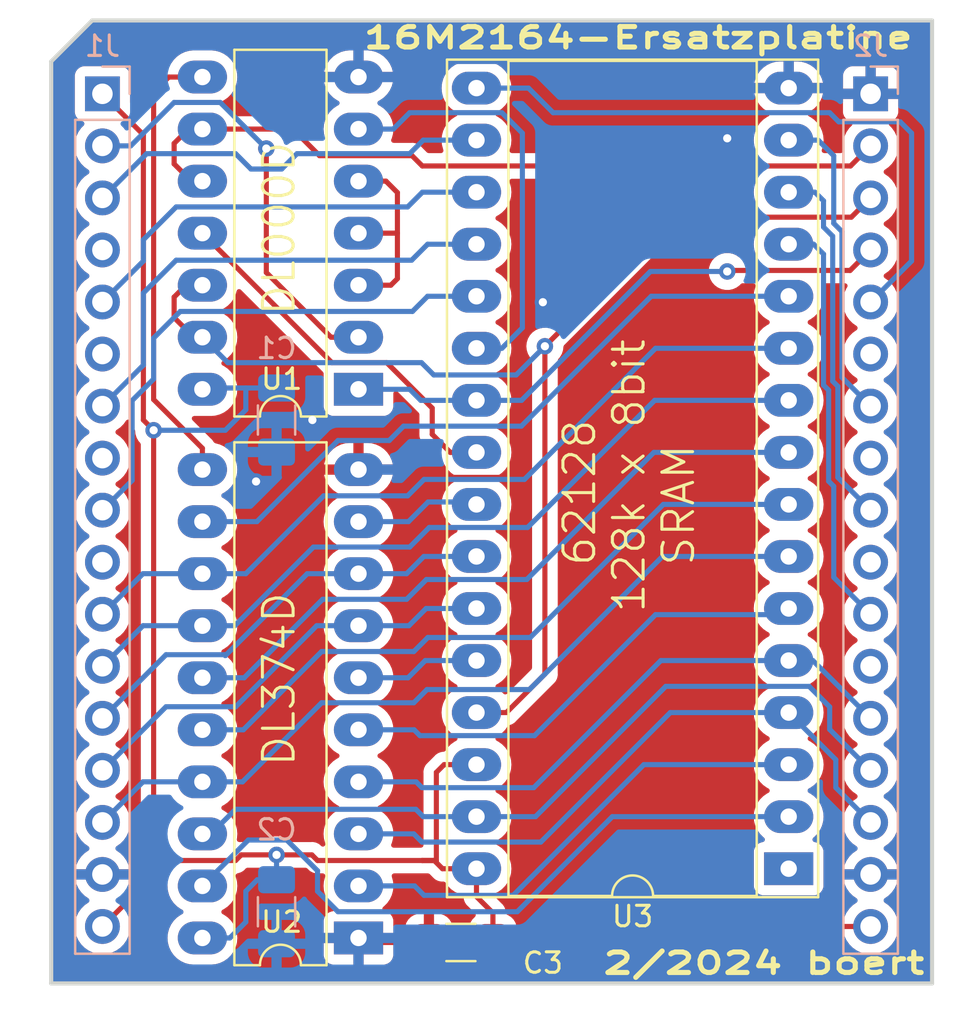
<source format=kicad_pcb>
(kicad_pcb (version 20221018) (generator pcbnew)
  (title_block (title "16M2164-Ersatzplatine") (date "5.2.2024") (rev "1") (company "KC-Klub"))
  (layers (0 "F.Cu" signal) (31 "B.Cu" signal) (34 "B.Paste" user) (35 "F.Paste" user) (36 "B.SilkS" user "B.Silkscreen") (37 "F.SilkS" user "F.Silkscreen") (38 "B.Mask" user) (39 "F.Mask" user) (44 "Edge.Cuts" user))
  (net 0 "")
  (net 1 "{slash}CAS1")
  (net 2 "D4")
  (net 4 "D5")
  (net 6 "D6")
  (net 8 "D7")
  (net 10 "A4")
  (net 11 "A5")
  (net 12 "A6")
  (net 13 "A7")
  (net 14 "A3")
  (net 15 "{slash}RAS")
  (net 16 "{slash}WE")
  (net 17 "{slash}CAS0")
  (net 18 "D0")
  (net 20 "D1")
  (net 22 "D2")
  (net 24 "D3")
  (net 26 "A0")
  (net 27 "A1")
  (net 28 "A2")
  (net 30 "/RAS")
  (net 31 "/{slash}CS")
  (net 32 "/{slash}OE")
  (net 33 "/A0L")
  (net 34 "/A1L")
  (net 35 "/A2L")
  (net 36 "/A3L")
  (net 37 "/A4L")
  (net 38 "/A5L")
  (net 39 "/A6L")
  (net 40 "/A7L")
  (net 41 "/CS")
  (net 42 "+5V")
  (net 43 "GND")
  (footprint "Package_DIP:DIP-32_W15.24mm_Socket_LongPads" (layer "F.Cu") (at 186 122.4 180)
    (fp_text reference "U3" (at 7.62 -2.33) (layer "F.SilkS"))
    (fp_text value "628128")
    (fp_line (start -1.44 -1.39) (end -1.44 39.49) (stroke (width 0.12)) (layer "F.SilkS"))
    (fp_line (start -1.44 39.49) (end 16.68 39.49) (stroke (width 0.12)) (layer "F.SilkS"))
    (fp_line (start 1.56 -1.33) (end 1.56 39.43) (stroke (width 0.12)) (layer "F.SilkS"))
    (fp_line (start 1.56 39.43) (end 13.68 39.43) (stroke (width 0.12)) (layer "F.SilkS"))
    (fp_line (start 6.62 -1.33) (end 1.56 -1.33) (stroke (width 0.12)) (layer "F.SilkS"))
    (fp_line (start 13.68 -1.33) (end 8.62 -1.33) (stroke (width 0.12)) (layer "F.SilkS"))
    (fp_line (start 13.68 39.43) (end 13.68 -1.33) (stroke (width 0.12)) (layer "F.SilkS"))
    (fp_line (start 16.68 -1.39) (end -1.44 -1.39) (stroke (width 0.12)) (layer "F.SilkS"))
    (fp_line (start 16.68 39.49) (end 16.68 -1.39) (stroke (width 0.12)) (layer "F.SilkS"))
    (fp_arc (start 8.62 -1.33) (mid 7.62 -0.33) (end 6.62 -1.33) (stroke (width 0.12)) (layer "F.SilkS"))
    (pad "1" thru_hole rect (at 0 0 180) (size 2.4 1.6) (drill 0.8) (layers "*.Cu" "*.Mask"))
    (pad "2" thru_hole oval (at 0 2.54 180) (size 2.4 1.6) (drill 0.8) (layers "*.Cu" "*.Mask") (net 34 "/A1L"))
    (pad "3" thru_hole oval (at 0 5.08 180) (size 2.4 1.6) (drill 0.8) (layers "*.Cu" "*.Mask") (net 35 "/A2L"))
    (pad "4" thru_hole oval (at 0 7.62 180) (size 2.4 1.6) (drill 0.8) (layers "*.Cu" "*.Mask") (net 28 "A2"))
    (pad "5" thru_hole oval (at 0 10.16 180) (size 2.4 1.6) (drill 0.8) (layers "*.Cu" "*.Mask") (net 26 "A0"))
    (pad "6" thru_hole oval (at 0 12.7 180) (size 2.4 1.6) (drill 0.8) (layers "*.Cu" "*.Mask") (net 33 "/A0L"))
    (pad "7" thru_hole oval (at 0 15.24 180) (size 2.4 1.6) (drill 0.8) (layers "*.Cu" "*.Mask") (net 14 "A3"))
    (pad "8" thru_hole oval (at 0 17.78 180) (size 2.4 1.6) (drill 0.8) (layers "*.Cu" "*.Mask") (net 36 "/A3L"))
    (pad "9" thru_hole oval (at 0 20.32 180) (size 2.4 1.6) (drill 0.8) (layers "*.Cu" "*.Mask") (net 38 "/A5L"))
    (pad "10" thru_hole oval (at 0 22.86 180) (size 2.4 1.6) (drill 0.8) (layers "*.Cu" "*.Mask") (net 11 "A5"))
    (pad "11" thru_hole oval (at 0 25.4 180) (size 2.4 1.6) (drill 0.8) (layers "*.Cu" "*.Mask") (net 10 "A4"))
    (pad "12" thru_hole oval (at 0 27.94 180) (size 2.4 1.6) (drill 0.8) (layers "*.Cu" "*.Mask") (net 37 "/A4L"))
    (pad "13" thru_hole oval (at 0 30.48 180) (size 2.4 1.6) (drill 0.8) (layers "*.Cu" "*.Mask") (net 24 "D3"))
    (pad "14" thru_hole oval (at 0 33.02 180) (size 2.4 1.6) (drill 0.8) (layers "*.Cu" "*.Mask") (net 22 "D2"))
    (pad "15" thru_hole oval (at 0 35.56 180) (size 2.4 1.6) (drill 0.8) (layers "*.Cu" "*.Mask") (net 20 "D1"))
    (pad "16" thru_hole oval (at 0 38.1 180) (size 2.4 1.6) (drill 0.8) (layers "*.Cu" "*.Mask") (net 43 "GND"))
    (pad "17" thru_hole oval (at 15.24 38.1 180) (size 2.4 1.6) (drill 0.8) (layers "*.Cu" "*.Mask") (net 18 "D0"))
    (pad "18" thru_hole oval (at 15.24 35.56 180) (size 2.4 1.6) (drill 0.8) (layers "*.Cu" "*.Mask") (net 2 "D4"))
    (pad "19" thru_hole oval (at 15.24 33.02 180) (size 2.4 1.6) (drill 0.8) (layers "*.Cu" "*.Mask") (net 4 "D5"))
    (pad "20" thru_hole oval (at 15.24 30.48 180) (size 2.4 1.6) (drill 0.8) (layers "*.Cu" "*.Mask") (net 6 "D6"))
    (pad "21" thru_hole oval (at 15.24 27.94 180) (size 2.4 1.6) (drill 0.8) (layers "*.Cu" "*.Mask") (net 8 "D7"))
    (pad "22" thru_hole oval (at 15.24 25.4 180) (size 2.4 1.6) (drill 0.8) (layers "*.Cu" "*.Mask") (net 31 "/{slash}CS"))
    (pad "23" thru_hole oval (at 15.24 22.86 180) (size 2.4 1.6) (drill 0.8) (layers "*.Cu" "*.Mask") (net 17 "{slash}CAS0"))
    (pad "24" thru_hole oval (at 15.24 20.32 180) (size 2.4 1.6) (drill 0.8) (layers "*.Cu" "*.Mask") (net 32 "/{slash}OE"))
    (pad "25" thru_hole oval (at 15.24 17.78 180) (size 2.4 1.6) (drill 0.8) (layers "*.Cu" "*.Mask") (net 39 "/A6L"))
    (pad "26" thru_hole oval (at 15.24 15.24 180) (size 2.4 1.6) (drill 0.8) (layers "*.Cu" "*.Mask") (net 12 "A6"))
    (pad "27" thru_hole oval (at 15.24 12.7 180) (size 2.4 1.6) (drill 0.8) (layers "*.Cu" "*.Mask") (net 13 "A7"))
    (pad "28" thru_hole oval (at 15.24 10.16 180) (size 2.4 1.6) (drill 0.8) (layers "*.Cu" "*.Mask") (net 40 "/A7L"))
    (pad "29" thru_hole oval (at 15.24 7.62 180) (size 2.4 1.6) (drill 0.8) (layers "*.Cu" "*.Mask") (net 16 "{slash}WE"))
    (pad "30" thru_hole oval (at 15.24 5.08 180) (size 2.4 1.6) (drill 0.8) (layers "*.Cu" "*.Mask") (net 42 "+5V"))
    (pad "31" thru_hole oval (at 15.24 2.54 180) (size 2.4 1.6) (drill 0.8) (layers "*.Cu" "*.Mask") (net 27 "A1"))
    (pad "32" thru_hole oval (at 15.24 0 180) (size 2.4 1.6) (drill 0.8) (layers "*.Cu" "*.Mask") (net 42 "+5V"))
  )
  (footprint "Capacitor_SMD:C_1206_3216Metric_Pad1.33x1.80mm_HandSolder" (layer "F.Cu") (at 170 126 180)
    (fp_text reference "C3" (at -4 -1 -360) (layer "F.SilkS"))
    (fp_text value "100nF")
    (fp_line (start -0.711252 -0.91) (end 0.711252 -0.91) (stroke (width 0.12)) (layer "F.SilkS"))
    (fp_line (start -0.711252 0.91) (end 0.711252 0.91) (stroke (width 0.12)) (layer "F.SilkS"))
    (pad "1" smd roundrect (at -1.5625 0 180) (size 1.325 1.8) (layers "F.Cu" "F.Paste" "F.Mask") (roundrect_rratio 0.1886792453) (net 42 "+5V"))
    (pad "2" smd roundrect (at 1.5625 0 180) (size 1.325 1.8) (layers "F.Cu" "F.Paste" "F.Mask") (roundrect_rratio 0.1886792453) (net 43 "GND"))
  )
  (footprint "Package_DIP:DIP-20_W7.62mm_LongPads" (layer "F.Cu") (at 165 125.78 180)
    (fp_text reference "U2" (at 3.75 0.78) (layer "F.SilkS"))
    (fp_text value "DL374D")
    (fp_line (start 1.56 -1.33) (end 1.56 24.19) (stroke (width 0.12)) (layer "F.SilkS"))
    (fp_line (start 1.56 24.19) (end 6.06 24.19) (stroke (width 0.12)) (layer "F.SilkS"))
    (fp_line (start 2.81 -1.33) (end 1.56 -1.33) (stroke (width 0.12)) (layer "F.SilkS"))
    (fp_line (start 6.06 -1.33) (end 4.81 -1.33) (stroke (width 0.12)) (layer "F.SilkS"))
    (fp_line (start 6.06 24.19) (end 6.06 -1.33) (stroke (width 0.12)) (layer "F.SilkS"))
    (fp_arc (start 4.81 -1.33) (mid 3.81 -0.33) (end 2.81 -1.33) (stroke (width 0.12)) (layer "F.SilkS"))
    (pad "1" thru_hole rect (at 0 0 180) (size 2.4 1.6) (drill 0.8) (layers "*.Cu" "*.Mask") (net 43 "GND"))
    (pad "2" thru_hole oval (at 0 2.54 180) (size 2.4 1.6) (drill 0.8) (layers "*.Cu" "*.Mask") (net 35 "/A2L"))
    (pad "3" thru_hole oval (at 0 5.08 180) (size 2.4 1.6) (drill 0.8) (layers "*.Cu" "*.Mask") (net 28 "A2"))
    (pad "4" thru_hole oval (at 0 7.62 180) (size 2.4 1.6) (drill 0.8) (layers "*.Cu" "*.Mask") (net 26 "A0"))
    (pad "5" thru_hole oval (at 0 10.16 180) (size 2.4 1.6) (drill 0.8) (layers "*.Cu" "*.Mask") (net 33 "/A0L"))
    (pad "6" thru_hole oval (at 0 12.7 180) (size 2.4 1.6) (drill 0.8) (layers "*.Cu" "*.Mask") (net 40 "/A7L"))
    (pad "7" thru_hole oval (at 0 15.24 180) (size 2.4 1.6) (drill 0.8) (layers "*.Cu" "*.Mask") (net 13 "A7"))
    (pad "8" thru_hole oval (at 0 17.78 180) (size 2.4 1.6) (drill 0.8) (layers "*.Cu" "*.Mask") (net 12 "A6"))
    (pad "9" thru_hole oval (at 0 20.32 180) (size 2.4 1.6) (drill 0.8) (layers "*.Cu" "*.Mask") (net 39 "/A6L"))
    (pad "10" thru_hole oval (at 0 22.86 180) (size 2.4 1.6) (drill 0.8) (layers "*.Cu" "*.Mask") (net 43 "GND"))
    (pad "11" thru_hole oval (at 7.62 22.86 180) (size 2.4 1.6) (drill 0.8) (layers "*.Cu" "*.Mask") (net 30 "/RAS"))
    (pad "12" thru_hole oval (at 7.62 20.32 180) (size 2.4 1.6) (drill 0.8) (layers "*.Cu" "*.Mask") (net 37 "/A4L"))
    (pad "13" thru_hole oval (at 7.62 17.78 180) (size 2.4 1.6) (drill 0.8) (layers "*.Cu" "*.Mask") (net 10 "A4"))
    (pad "14" thru_hole oval (at 7.62 15.24 180) (size 2.4 1.6) (drill 0.8) (layers "*.Cu" "*.Mask") (net 11 "A5"))
    (pad "15" thru_hole oval (at 7.62 12.7 180) (size 2.4 1.6) (drill 0.8) (layers "*.Cu" "*.Mask") (net 38 "/A5L"))
    (pad "16" thru_hole oval (at 7.62 10.16 180) (size 2.4 1.6) (drill 0.8) (layers "*.Cu" "*.Mask") (net 36 "/A3L"))
    (pad "17" thru_hole oval (at 7.62 7.62 180) (size 2.4 1.6) (drill 0.8) (layers "*.Cu" "*.Mask") (net 14 "A3"))
    (pad "18" thru_hole oval (at 7.62 5.08 180) (size 2.4 1.6) (drill 0.8) (layers "*.Cu" "*.Mask") (net 27 "A1"))
    (pad "19" thru_hole oval (at 7.62 2.54 180) (size 2.4 1.6) (drill 0.8) (layers "*.Cu" "*.Mask") (net 34 "/A1L"))
    (pad "20" thru_hole oval (at 7.62 0 180) (size 2.4 1.6) (drill 0.8) (layers "*.Cu" "*.Mask") (net 42 "+5V"))
  )
  (footprint "Package_DIP:DIP-14_W7.62mm_LongPads" (layer "F.Cu") (at 165 99 180)
    (fp_text reference "U1" (at 3.75 0.5) (layer "F.SilkS"))
    (fp_text value "DL000D")
    (fp_line (start 1.56 -1.33) (end 1.56 16.57) (stroke (width 0.12)) (layer "F.SilkS"))
    (fp_line (start 1.56 16.57) (end 6.06 16.57) (stroke (width 0.12)) (layer "F.SilkS"))
    (fp_line (start 2.81 -1.33) (end 1.56 -1.33) (stroke (width 0.12)) (layer "F.SilkS"))
    (fp_line (start 6.06 -1.33) (end 4.81 -1.33) (stroke (width 0.12)) (layer "F.SilkS"))
    (fp_line (start 6.06 16.57) (end 6.06 -1.33) (stroke (width 0.12)) (layer "F.SilkS"))
    (fp_arc (start 4.81 -1.33) (mid 3.81 -0.33) (end 2.81 -1.33) (stroke (width 0.12)) (layer "F.SilkS"))
    (pad "1" thru_hole rect (at 0 0 180) (size 2.4 1.6) (drill 0.8) (layers "*.Cu" "*.Mask") (net 17 "{slash}CAS0"))
    (pad "2" thru_hole oval (at 0 2.54 180) (size 2.4 1.6) (drill 0.8) (layers "*.Cu" "*.Mask") (net 1 "{slash}CAS1"))
    (pad "3" thru_hole oval (at 0 5.08 180) (size 2.4 1.6) (drill 0.8) (layers "*.Cu" "*.Mask") (net 41 "/CS"))
    (pad "4" thru_hole oval (at 0 7.62 180) (size 2.4 1.6) (drill 0.8) (layers "*.Cu" "*.Mask") (net 41 "/CS"))
    (pad "5" thru_hole oval (at 0 10.16 180) (size 2.4 1.6) (drill 0.8) (layers "*.Cu" "*.Mask") (net 41 "/CS"))
    (pad "6" thru_hole oval (at 0 12.7 180) (size 2.4 1.6) (drill 0.8) (layers "*.Cu" "*.Mask") (net 31 "/{slash}CS"))
    (pad "7" thru_hole oval (at 0 15.24 180) (size 2.4 1.6) (drill 0.8) (layers "*.Cu" "*.Mask") (net 43 "GND"))
    (pad "8" thru_hole oval (at 7.62 15.24 180) (size 2.4 1.6) (drill 0.8) (layers "*.Cu" "*.Mask") (net 30 "/RAS"))
    (pad "9" thru_hole oval (at 7.62 12.7 180) (size 2.4 1.6) (drill 0.8) (layers "*.Cu" "*.Mask") (net 15 "{slash}RAS"))
    (pad "10" thru_hole oval (at 7.62 10.16 180) (size 2.4 1.6) (drill 0.8) (layers "*.Cu" "*.Mask") (net 15 "{slash}RAS"))
    (pad "11" thru_hole oval (at 7.62 7.62 180) (size 2.4 1.6) (drill 0.8) (layers "*.Cu" "*.Mask") (net 32 "/{slash}OE"))
    (pad "12" thru_hole oval (at 7.62 5.08 180) (size 2.4 1.6) (drill 0.8) (layers "*.Cu" "*.Mask") (net 16 "{slash}WE"))
    (pad "13" thru_hole oval (at 7.62 2.54 180) (size 2.4 1.6) (drill 0.8) (layers "*.Cu" "*.Mask") (net 16 "{slash}WE"))
    (pad "14" thru_hole oval (at 7.62 0 180) (size 2.4 1.6) (drill 0.8) (layers "*.Cu" "*.Mask") (net 42 "+5V"))
  )
  (footprint "Connector_PinHeader_2.54mm:PinHeader_1x17_P2.54mm_Vertical" (layer "B.Cu") (at 190 84.58 180)
    (fp_text reference "J2" (at 0 2.33) (layer "B.SilkS") (effects (justify mirror)))
    (fp_text value "Conn_01x17")
    (fp_line (start -1.33 -41.97) (end 1.33 -41.97) (stroke (width 0.12)) (layer "B.SilkS"))
    (fp_line (start -1.33 -1.27) (end -1.33 -41.97) (stroke (width 0.12)) (layer "B.SilkS"))
    (fp_line (start -1.33 -1.27) (end 1.33 -1.27) (stroke (width 0.12)) (layer "B.SilkS"))
    (fp_line (start -1.33 0) (end -1.33 1.33) (stroke (width 0.12)) (layer "B.SilkS"))
    (fp_line (start -1.33 1.33) (end 0 1.33) (stroke (width 0.12)) (layer "B.SilkS"))
    (fp_line (start 1.33 -1.27) (end 1.33 -41.97) (stroke (width 0.12)) (layer "B.SilkS"))
    (pad "1" thru_hole rect (at 0 0 180) (size 1.7 1.7) (drill 1) (layers "*.Cu" "*.Mask") (net 43 "GND"))
    (pad "2" thru_hole oval (at 0 -2.54 180) (size 1.7 1.7) (drill 1) (layers "*.Cu" "*.Mask") (net 15 "{slash}RAS"))
    (pad "3" thru_hole oval (at 0 -5.08 180) (size 1.7 1.7) (drill 1) (layers "*.Cu" "*.Mask") (net 16 "{slash}WE"))
    (pad "4" thru_hole oval (at 0 -7.62 180) (size 1.7 1.7) (drill 1) (layers "*.Cu" "*.Mask") (net 17 "{slash}CAS0"))
    (pad "5" thru_hole oval (at 0 -10.16 180) (size 1.7 1.7) (drill 1) (layers "*.Cu" "*.Mask") (net 18 "D0"))
    (pad "6" thru_hole oval (at 0 -12.7 180) (size 1.7 1.7) (drill 1) (layers "*.Cu" "*.Mask"))
    (pad "7" thru_hole oval (at 0 -15.24 180) (size 1.7 1.7) (drill 1) (layers "*.Cu" "*.Mask") (net 20 "D1"))
    (pad "8" thru_hole oval (at 0 -17.78 180) (size 1.7 1.7) (drill 1) (layers "*.Cu" "*.Mask"))
    (pad "9" thru_hole oval (at 0 -20.32 180) (size 1.7 1.7) (drill 1) (layers "*.Cu" "*.Mask") (net 22 "D2"))
    (pad "10" thru_hole oval (at 0 -22.86 180) (size 1.7 1.7) (drill 1) (layers "*.Cu" "*.Mask"))
    (pad "11" thru_hole oval (at 0 -25.4 180) (size 1.7 1.7) (drill 1) (layers "*.Cu" "*.Mask") (net 24 "D3"))
    (pad "12" thru_hole oval (at 0 -27.94 180) (size 1.7 1.7) (drill 1) (layers "*.Cu" "*.Mask"))
    (pad "13" thru_hole oval (at 0 -30.48 180) (size 1.7 1.7) (drill 1) (layers "*.Cu" "*.Mask") (net 26 "A0"))
    (pad "14" thru_hole oval (at 0 -33.02 180) (size 1.7 1.7) (drill 1) (layers "*.Cu" "*.Mask") (net 27 "A1"))
    (pad "15" thru_hole oval (at 0 -35.56 180) (size 1.7 1.7) (drill 1) (layers "*.Cu" "*.Mask") (net 28 "A2"))
    (pad "16" thru_hole oval (at 0 -38.1 180) (size 1.7 1.7) (drill 1) (layers "*.Cu" "*.Mask") (net 43 "GND"))
    (pad "17" thru_hole oval (at 0 -40.64 180) (size 1.7 1.7) (drill 1) (layers "*.Cu" "*.Mask") (net 42 "+5V"))
  )
  (footprint "Connector_PinHeader_2.54mm:PinHeader_1x17_P2.54mm_Vertical" (layer "B.Cu") (at 152.5 84.58 180)
    (fp_text reference "J1" (at 0 2.33) (layer "B.SilkS") (effects (justify mirror)))
    (fp_text value "Conn_01x17")
    (fp_line (start -1.33 -41.97) (end 1.33 -41.97) (stroke (width 0.12)) (layer "B.SilkS"))
    (fp_line (start -1.33 -1.27) (end -1.33 -41.97) (stroke (width 0.12)) (layer "B.SilkS"))
    (fp_line (start -1.33 -1.27) (end 1.33 -1.27) (stroke (width 0.12)) (layer "B.SilkS"))
    (fp_line (start -1.33 0) (end -1.33 1.33) (stroke (width 0.12)) (layer "B.SilkS"))
    (fp_line (start -1.33 1.33) (end 0 1.33) (stroke (width 0.12)) (layer "B.SilkS"))
    (fp_line (start 1.33 -1.27) (end 1.33 -41.97) (stroke (width 0.12)) (layer "B.SilkS"))
    (pad "1" thru_hole rect (at 0 0 180) (size 1.7 1.7) (drill 1) (layers "*.Cu" "*.Mask") (net 42 "+5V"))
    (pad "2" thru_hole oval (at 0 -2.54 180) (size 1.7 1.7) (drill 1) (layers "*.Cu" "*.Mask") (net 1 "{slash}CAS1"))
    (pad "3" thru_hole oval (at 0 -5.08 180) (size 1.7 1.7) (drill 1) (layers "*.Cu" "*.Mask") (net 2 "D4"))
    (pad "4" thru_hole oval (at 0 -7.62 180) (size 1.7 1.7) (drill 1) (layers "*.Cu" "*.Mask"))
    (pad "5" thru_hole oval (at 0 -10.16 180) (size 1.7 1.7) (drill 1) (layers "*.Cu" "*.Mask") (net 4 "D5"))
    (pad "6" thru_hole oval (at 0 -12.7 180) (size 1.7 1.7) (drill 1) (layers "*.Cu" "*.Mask"))
    (pad "7" thru_hole oval (at 0 -15.24 180) (size 1.7 1.7) (drill 1) (layers "*.Cu" "*.Mask") (net 6 "D6"))
    (pad "8" thru_hole oval (at 0 -17.78 180) (size 1.7 1.7) (drill 1) (layers "*.Cu" "*.Mask"))
    (pad "9" thru_hole oval (at 0 -20.32 180) (size 1.7 1.7) (drill 1) (layers "*.Cu" "*.Mask") (net 8 "D7"))
    (pad "10" thru_hole oval (at 0 -22.86 180) (size 1.7 1.7) (drill 1) (layers "*.Cu" "*.Mask"))
    (pad "11" thru_hole oval (at 0 -25.4 180) (size 1.7 1.7) (drill 1) (layers "*.Cu" "*.Mask") (net 10 "A4"))
    (pad "12" thru_hole oval (at 0 -27.94 180) (size 1.7 1.7) (drill 1) (layers "*.Cu" "*.Mask") (net 11 "A5"))
    (pad "13" thru_hole oval (at 0 -30.48 180) (size 1.7 1.7) (drill 1) (layers "*.Cu" "*.Mask") (net 12 "A6"))
    (pad "14" thru_hole oval (at 0 -33.02 180) (size 1.7 1.7) (drill 1) (layers "*.Cu" "*.Mask") (net 13 "A7"))
    (pad "15" thru_hole oval (at 0 -35.56 180) (size 1.7 1.7) (drill 1) (layers "*.Cu" "*.Mask") (net 14 "A3"))
    (pad "16" thru_hole oval (at 0 -38.1 180) (size 1.7 1.7) (drill 1) (layers "*.Cu" "*.Mask") (net 43 "GND"))
    (pad "17" thru_hole oval (at 0 -40.64 180) (size 1.7 1.7) (drill 1) (layers "*.Cu" "*.Mask") (net 42 "+5V"))
  )
  (footprint "Capacitor_SMD:C_1206_3216Metric_Pad1.33x1.80mm_HandSolder" (layer "B.Cu") (at 161 124.5 -90)
    (fp_text reference "C2" (at -4 0 -180) (layer "B.SilkS") (effects (justify mirror)))
    (fp_text value "100nF")
    (fp_line (start -0.711252 -0.91) (end 0.711252 -0.91) (stroke (width 0.12)) (layer "B.SilkS"))
    (fp_line (start -0.711252 0.91) (end 0.711252 0.91) (stroke (width 0.12)) (layer "B.SilkS"))
    (pad "1" smd roundrect (at -1.5625 0 270) (size 1.325 1.8) (layers "B.Cu" "B.Paste" "B.Mask") (roundrect_rratio 0.1886792453) (net 42 "+5V"))
    (pad "2" smd roundrect (at 1.5625 0 270) (size 1.325 1.8) (layers "B.Cu" "B.Paste" "B.Mask") (roundrect_rratio 0.1886792453) (net 43 "GND"))
  )
  (footprint "Capacitor_SMD:C_1206_3216Metric_Pad1.33x1.80mm_HandSolder" (layer "B.Cu") (at 161 100.5 -90)
    (fp_text reference "C1" (at -3.5 0 -180) (layer "B.SilkS") (effects (justify mirror)))
    (fp_text value "100nF")
    (fp_line (start -0.711252 -0.91) (end 0.711252 -0.91) (stroke (width 0.12)) (layer "B.SilkS"))
    (fp_line (start -0.711252 0.91) (end 0.711252 0.91) (stroke (width 0.12)) (layer "B.SilkS"))
    (pad "1" smd roundrect (at -1.5625 0 270) (size 1.325 1.8) (layers "B.Cu" "B.Paste" "B.Mask") (roundrect_rratio 0.1886792453) (net 42 "+5V"))
    (pad "2" smd roundrect (at 1.5625 0 270) (size 1.325 1.8) (layers "B.Cu" "B.Paste" "B.Mask") (roundrect_rratio 0.1886792453) (net 43 "GND"))
  )
  (gr_line (start 150 128) (end 150 83) (stroke (width 0.2)) (layer "Edge.Cuts"))
  (gr_line (start 152 81) (end 193 81) (stroke (width 0.2)) (layer "Edge.Cuts"))
  (gr_line (start 150 83) (end 152 81) (stroke (width 0.2)) (layer "Edge.Cuts"))
  (gr_line (start 193 128) (end 150 128) (stroke (width 0.2)) (layer "Edge.Cuts"))
  (gr_line (start 193 81) (end 193 128) (stroke (width 0.2)) (layer "Edge.Cuts"))
  (gr_text "2/2024 boert" (at 176.8 127.6) (layer "F.SilkS") (effects (font (size 1 1.5) (thickness 0.25) bold) (justify left bottom)))
  (gr_text "16M2164-Ersatzplatine" (at 165.1 82.43) (layer "F.SilkS") (effects (font (size 1 1.5) (thickness 0.25) bold) (justify left bottom)))
  (gr_text "  62128\n128k x 8bit\n  SRAM" (at 181.5 110 90) (layer "F.SilkS") (effects (font (size 1.5 1.5)) (justify left bottom)))
  (gr_text "DL374D" (at 162 117.5 90) (layer "F.SilkS") (effects (font (size 1.5 1.5)) (justify left bottom)))
  (gr_text "DL000D" (at 162 95.5 90) (layer "F.SilkS") (effects (font (size 1.5 1.5)) (justify left bottom)))
  (segment (start 160.5 87.25) (end 160.5 93.3) (width 0.25) (layer "F.Cu") (net 1))
  (segment (start 160.5 93.3) (end 163.66 96.46) (width 0.25) (layer "F.Cu") (net 1))
  (segment (start 163.66 96.46) (end 165 96.46) (width 0.25) (layer "F.Cu") (net 1))
  (via (at 160.5 87.25) (size 0.8) (drill 0.4) (layers "F.Cu" "B.Cu") (net 1))
  (segment (start 153.88 87.12) (end 152.5 87.12) (width 0.25) (layer "B.Cu") (net 1))
  (segment (start 156 85) (end 153.88 87.12) (width 0.25) (layer "B.Cu") (net 1))
  (segment (start 158.25 85) (end 156 85) (width 0.25) (layer "B.Cu") (net 1))
  (segment (start 160.5 87.25) (end 158.25 85) (width 0.25) (layer "B.Cu") (net 1))
  (segment (start 161.25 88.25) (end 162 87.5) (width 0.25) (layer "B.Cu") (net 2))
  (segment (start 159 87.5) (end 159.75 88.25) (width 0.25) (layer "B.Cu") (net 2))
  (segment (start 159.75 88.25) (end 161.25 88.25) (width 0.25) (layer "B.Cu") (net 2))
  (segment (start 167.5 87.5) (end 168.16 86.84) (width 0.25) (layer "B.Cu") (net 2))
  (segment (start 162 87.5) (end 167.5 87.5) (width 0.25) (layer "B.Cu") (net 2))
  (segment (start 152.5 89.66) (end 154.66 87.5) (width 0.25) (layer "B.Cu") (net 2))
  (segment (start 154.66 87.5) (end 159 87.5) (width 0.25) (layer "B.Cu") (net 2))
  (segment (start 168.16 86.84) (end 170.76 86.84) (width 0.25) (layer "B.Cu") (net 2))
  (segment (start 152.5 94.74) (end 154.5 92.74) (width 0.25) (layer "B.Cu") (net 4))
  (segment (start 168.12 89.38) (end 170.76 89.38) (width 0.25) (layer "B.Cu") (net 4))
  (segment (start 154.5 92.74) (end 154.5 91.7) (width 0.25) (layer "B.Cu") (net 4))
  (segment (start 156.1 90.1) (end 167.4 90.1) (width 0.25) (layer "B.Cu") (net 4))
  (segment (start 167.4 90.1) (end 168.12 89.38) (width 0.25) (layer "B.Cu") (net 4))
  (segment (start 154.5 91.7) (end 156.1 90.1) (width 0.25) (layer "B.Cu") (net 4))
  (segment (start 152.5 99.82) (end 154.5 97.82) (width 0.25) (layer "B.Cu") (net 6))
  (segment (start 167.595 92.7) (end 168.375 91.92) (width 0.25) (layer "B.Cu") (net 6))
  (segment (start 154.5 97.82) (end 154.5 94.3) (width 0.25) (layer "B.Cu") (net 6))
  (segment (start 156.1 92.7) (end 167.595 92.7) (width 0.25) (layer "B.Cu") (net 6))
  (segment (start 154.5 94.3) (end 156.1 92.7) (width 0.25) (layer "B.Cu") (net 6))
  (segment (start 168.375 91.92) (end 170.76 91.92) (width 0.25) (layer "B.Cu") (net 6))
  (segment (start 167.635 95.2) (end 168.375 94.46) (width 0.25) (layer "B.Cu") (net 8))
  (segment (start 155 98.5) (end 155 96.5) (width 0.25) (layer "B.Cu") (net 8))
  (segment (start 153.95 99.55) (end 155 98.5) (width 0.25) (layer "B.Cu") (net 8))
  (segment (start 152.5 104.9) (end 153.95 103.45) (width 0.25) (layer "B.Cu") (net 8))
  (segment (start 168.375 94.46) (end 170.76 94.46) (width 0.25) (layer "B.Cu") (net 8))
  (segment (start 155 96.5) (end 156.3 95.2) (width 0.25) (layer "B.Cu") (net 8))
  (segment (start 153.95 103.45) (end 153.95 99.55) (width 0.25) (layer "B.Cu") (net 8))
  (segment (start 156.3 95.2) (end 167.635 95.2) (width 0.25) (layer "B.Cu") (net 8))
  (segment (start 168.2 103.4) (end 173.1 103.4) (width 0.25) (layer "B.Cu") (net 10))
  (segment (start 179.5 97) (end 186 97) (width 0.25) (layer "B.Cu") (net 10))
  (segment (start 167.4 104.2) (end 168.2 103.4) (width 0.25) (layer "B.Cu") (net 10))
  (segment (start 154.48 108) (end 157.38 108) (width 0.25) (layer "B.Cu") (net 10))
  (segment (start 163.3 104.2) (end 167.4 104.2) (width 0.25) (layer "B.Cu") (net 10))
  (segment (start 173.1 103.4) (end 179.5 97) (width 0.25) (layer "B.Cu") (net 10))
  (segment (start 159.5 108) (end 163.3 104.2) (width 0.25) (layer "B.Cu") (net 10))
  (segment (start 152.5 109.98) (end 154.48 108) (width 0.25) (layer "B.Cu") (net 10))
  (segment (start 157.38 108) (end 159.5 108) (width 0.25) (layer "B.Cu") (net 10))
  (segment (start 167.5 106.7) (end 168.455 105.745) (width 0.25) (layer "B.Cu") (net 11))
  (segment (start 173.255 105.745) (end 179.46 99.54) (width 0.25) (layer "B.Cu") (net 11))
  (segment (start 154.48 110.54) (end 157.38 110.54) (width 0.25) (layer "B.Cu") (net 11))
  (segment (start 179.46 99.54) (end 186 99.54) (width 0.25) (layer "B.Cu") (net 11))
  (segment (start 152.5 112.52) (end 154.48 110.54) (width 0.25) (layer "B.Cu") (net 11))
  (segment (start 162.8 106.7) (end 167.5 106.7) (width 0.25) (layer "B.Cu") (net 11))
  (segment (start 158.96 110.54) (end 162.8 106.7) (width 0.25) (layer "B.Cu") (net 11))
  (segment (start 168.455 105.745) (end 173.255 105.745) (width 0.25) (layer "B.Cu") (net 11))
  (segment (start 157.38 110.54) (end 158.96 110.54) (width 0.25) (layer "B.Cu") (net 11))
  (segment (start 155.605 111.955) (end 152.5 115.06) (width 0.25) (layer "B.Cu") (net 12))
  (segment (start 165 108) (end 167.35 108) (width 0.25) (layer "B.Cu") (net 12))
  (segment (start 164.55 108.186396) (end 164.681802 108.318198) (width 0.25) (layer "B.Cu") (net 12))
  (segment (start 158.455 111.955) (end 155.605 111.955) (width 0.25) (layer "B.Cu") (net 12))
  (segment (start 165 108) (end 162.5 108) (width 0.25) (layer "B.Cu") (net 12))
  (segment (start 168.19 107.16) (end 170.76 107.16) (width 0.25) (layer "B.Cu") (net 12))
  (segment (start 162.5 108) (end 158.5 112) (width 0.25) (layer "B.Cu") (net 12))
  (segment (start 167.35 108) (end 168.19 107.16) (width 0.25) (layer "B.Cu") (net 12))
  (segment (start 158.5 112) (end 158.455 111.955) (width 0.25) (layer "B.Cu") (net 12))
  (segment (start 152.5 117.6) (end 155.605 114.495) (width 0.25) (layer "B.Cu") (net 13))
  (segment (start 167.46 110.54) (end 165 110.54) (width 0.25) (layer "B.Cu") (net 13))
  (segment (start 162.96 110.54) (end 165 110.54) (width 0.25) (layer "B.Cu") (net 13))
  (segment (start 159 114.5) (end 162.96 110.54) (width 0.25) (layer "B.Cu") (net 13))
  (segment (start 155.605 114.495) (end 158.995 114.495) (width 0.25) (layer "B.Cu") (net 13))
  (segment (start 170.76 109.7) (end 168.3 109.7) (width 0.25) (layer "B.Cu") (net 13))
  (segment (start 168.3 109.7) (end 167.46 110.54) (width 0.25) (layer "B.Cu") (net 13))
  (segment (start 158.995 114.495) (end 159 114.5) (width 0.25) (layer "B.Cu") (net 13))
  (segment (start 157.38 118.16) (end 159.34 118.16) (width 0.25) (layer "B.Cu") (net 14))
  (segment (start 152.5 120.14) (end 154.48 118.16) (width 0.25) (layer "B.Cu") (net 14))
  (segment (start 167.7 114.3) (end 168.345 113.655) (width 0.25) (layer "B.Cu") (net 14))
  (segment (start 168.345 113.655) (end 173.345 113.655) (width 0.25) (layer "B.Cu") (net 14))
  (segment (start 179.84 107.16) (end 186 107.16) (width 0.25) (layer "B.Cu") (net 14))
  (segment (start 154.48 118.16) (end 157.38 118.16) (width 0.25) (layer "B.Cu") (net 14))
  (segment (start 163.2 114.3) (end 167.7 114.3) (width 0.25) (layer "B.Cu") (net 14))
  (segment (start 173.345 113.655) (end 179.84 107.16) (width 0.25) (layer "B.Cu") (net 14))
  (segment (start 159.34 118.16) (end 163.2 114.3) (width 0.25) (layer "B.Cu") (net 14))
  (segment (start 161.8 86.3) (end 157.38 86.3) (width 0.25) (layer "F.Cu") (net 15))
  (segment (start 157.38 88.84) (end 156.84 88.84) (width 0.25) (layer "F.Cu") (net 15))
  (segment (start 156 87) (end 156 88) (width 0.25) (layer "F.Cu") (net 15))
  (segment (start 156 87) (end 156.7 86.3) (width 0.25) (layer "F.Cu") (net 15))
  (segment (start 190 87.12) (end 189.02 88.1) (width 0.25) (layer "F.Cu") (net 15))
  (segment (start 156.7 86.3) (end 157.38 86.3) (width 0.25) (layer "F.Cu") (net 15))
  (segment (start 189.02 88.1) (end 168.115 88.1) (width 0.25) (layer "F.Cu") (net 15))
  (segment (start 168.115 88.1) (end 167.615 87.6) (width 0.25) (layer "F.Cu") (net 15))
  (segment (start 156.84 88.84) (end 156 88) (width 0.25) (layer "F.Cu") (net 15))
  (segment (start 167.615 87.6) (end 163.1 87.6) (width 0.25) (layer "F.Cu") (net 15))
  (segment (start 163.1 87.6) (end 161.8 86.3) (width 0.25) (layer "F.Cu") (net 15))
  (segment (start 189.06 90.6) (end 190 89.66) (width 0.25) (layer "F.Cu") (net 16))
  (segment (start 174.1 112.9) (end 172.22 114.78) (width 0.25) (layer "F.Cu") (net 16))
  (segment (start 172.22 114.78) (end 170.76 114.78) (width 0.25) (layer "F.Cu") (net 16))
  (segment (start 156.5 94) (end 156 94.5) (width 0.25) (layer "F.Cu") (net 16))
  (segment (start 174.1 96.9) (end 180.4 90.6) (width 0.25) (layer "F.Cu") (net 16))
  (segment (start 174.1 96.9) (end 174.1 112.9) (width 0.25) (layer "F.Cu") (net 16))
  (segment (start 157.38 94) (end 156.5 94) (width 0.25) (layer "F.Cu") (net 16))
  (segment (start 157.04 96.54) (end 157.38 96.54) (width 0.25) (layer "F.Cu") (net 16))
  (segment (start 156 95.5) (end 157.04 96.54) (width 0.25) (layer "F.Cu") (net 16))
  (segment (start 180.4 90.6) (end 189.06 90.6) (width 0.25) (layer "F.Cu") (net 16))
  (segment (start 156 94.5) (end 156 95.5) (width 0.25) (layer "F.Cu") (net 16))
  (via (at 174.1 96.9) (size 0.8) (drill 0.4) (layers "F.Cu" "B.Cu") (net 16))
  (segment (start 172.7 98.3) (end 168.675 98.3) (width 0.25) (layer "B.Cu") (net 16))
  (segment (start 168.675 98.3) (end 168.075 97.7) (width 0.25) (layer "B.Cu") (net 16))
  (segment (start 168.075 97.7) (end 158.62 97.7) (width 0.25) (layer "B.Cu") (net 16))
  (segment (start 158.62 97.7) (end 157.38 96.46) (width 0.25) (layer "B.Cu") (net 16))
  (segment (start 174.1 96.9) (end 172.7 98.3) (width 0.25) (layer "B.Cu") (net 16))
  (segment (start 183.05 93.2) (end 189 93.2) (width 0.25) (layer "F.Cu") (net 17))
  (segment (start 189 93.2) (end 190 92.2) (width 0.25) (layer "F.Cu") (net 17))
  (segment (start 183 93.25) (end 183.05 93.2) (width 0.25) (layer "F.Cu") (net 17))
  (via (at 183 93.25) (size 0.8) (drill 0.4) (layers "F.Cu" "B.Cu") (net 17))
  (segment (start 165 99) (end 167.5 99) (width 0.25) (layer "B.Cu") (net 17))
  (segment (start 183 93.25) (end 179.25 93.25) (width 0.25) (layer "B.Cu") (net 17))
  (segment (start 179.25 93.25) (end 172.96 99.54) (width 0.25) (layer "B.Cu") (net 17))
  (segment (start 168.04 99.54) (end 170.76 99.54) (width 0.25) (layer "B.Cu") (net 17))
  (segment (start 172.96 99.54) (end 170.76 99.54) (width 0.25) (layer "B.Cu") (net 17))
  (segment (start 167.5 99) (end 168.04 99.54) (width 0.25) (layer "B.Cu") (net 17))
  (segment (start 173.3 84.3) (end 170.76 84.3) (width 0.25) (layer "B.Cu") (net 18))
  (segment (start 192 86.5) (end 191.445 85.945) (width 0.25) (layer "B.Cu") (net 18))
  (segment (start 191.445 85.945) (end 188.445 85.945) (width 0.25) (layer "B.Cu") (net 18))
  (segment (start 192 92.74) (end 192 86.5) (width 0.25) (layer "B.Cu") (net 18))
  (segment (start 188 85.5) (end 174.5 85.5) (width 0.25) (layer "B.Cu") (net 18))
  (segment (start 190 94.74) (end 192 92.74) (width 0.25) (layer "B.Cu") (net 18))
  (segment (start 188.445 85.945) (end 188 85.5) (width 0.25) (layer "B.Cu") (net 18))
  (segment (start 174.5 85.5) (end 173.3 84.3) (width 0.25) (layer "B.Cu") (net 18))
  (segment (start 188.2 87.6) (end 188.2 90.9) (width 0.25) (layer "B.Cu") (net 20))
  (segment (start 188.2 90.9) (end 188.6 91.3) (width 0.25) (layer "B.Cu") (net 20))
  (segment (start 186 86.84) (end 187.44 86.84) (width 0.25) (layer "B.Cu") (net 20))
  (segment (start 187.44 86.84) (end 188.2 87.6) (width 0.25) (layer "B.Cu") (net 20))
  (segment (start 188.6 98.42) (end 190 99.82) (width 0.25) (layer "B.Cu") (net 20))
  (segment (start 188.6 91.3) (end 188.6 98.42) (width 0.25) (layer "B.Cu") (net 20))
  (segment (start 187.28 89.38) (end 186 89.38) (width 0.25) (layer "B.Cu") (net 22))
  (segment (start 188.15 98.606396) (end 188.15 91.53) (width 0.25) (layer "B.Cu") (net 22))
  (segment (start 187.7 91.08) (end 187.7 89.8) (width 0.25) (layer "B.Cu") (net 22))
  (segment (start 188.4 98.856396) (end 188.15 98.606396) (width 0.25) (layer "B.Cu") (net 22))
  (segment (start 187.7 89.8) (end 187.28 89.38) (width 0.25) (layer "B.Cu") (net 22))
  (segment (start 188.4 103.3) (end 188.4 98.856396) (width 0.25) (layer "B.Cu") (net 22))
  (segment (start 188.15 91.53) (end 187.7 91.08) (width 0.25) (layer "B.Cu") (net 22))
  (segment (start 190 104.9) (end 188.4 103.3) (width 0.25) (layer "B.Cu") (net 22))
  (segment (start 187.7 92.4) (end 187.7 98.792792) (width 0.25) (layer "B.Cu") (net 24))
  (segment (start 188.2 108.18) (end 190 109.98) (width 0.25) (layer "B.Cu") (net 24))
  (segment (start 187.95 103.486396) (end 188.2 103.736396) (width 0.25) (layer "B.Cu") (net 24))
  (segment (start 186 91.92) (end 187.22 91.92) (width 0.25) (layer "B.Cu") (net 24))
  (segment (start 187.95 99.042792) (end 187.95 103.486396) (width 0.25) (layer "B.Cu") (net 24))
  (segment (start 187.22 91.92) (end 187.7 92.4) (width 0.25) (layer "B.Cu") (net 24))
  (segment (start 188.2 103.736396) (end 188.2 108.18) (width 0.25) (layer "B.Cu") (net 24))
  (segment (start 187.7 98.792792) (end 187.95 99.042792) (width 0.25) (layer "B.Cu") (net 24))
  (segment (start 190 115.06) (end 187.18 112.24) (width 0.25) (layer "B.Cu") (net 26))
  (segment (start 168.1 118.445) (end 173.555 118.445) (width 0.25) (layer "B.Cu") (net 26))
  (segment (start 165 118.16) (end 167.815 118.16) (width 0.25) (layer "B.Cu") (net 26))
  (segment (start 179.76 112.24) (end 186 112.24) (width 0.25) (layer "B.Cu") (net 26))
  (segment (start 173.555 118.445) (end 179.76 112.24) (width 0.25) (layer "B.Cu") (net 26))
  (segment (start 167.815 118.16) (end 168.1 118.445) (width 0.25) (layer "B.Cu") (net 26))
  (segment (start 187.18 112.24) (end 186 112.24) (width 0.25) (layer "B.Cu") (net 26))
  (segment (start 157.8 120.7) (end 157.38 120.7) (width 0.25) (layer "B.Cu") (net 27))
  (segment (start 188 115.6) (end 190 117.6) (width 0.25) (layer "B.Cu") (net 27))
  (segment (start 170.76 119.86) (end 168.16 119.86) (width 0.25) (layer "B.Cu") (net 27))
  (segment (start 187 113.5) (end 188 114.5) (width 0.25) (layer "B.Cu") (net 27))
  (segment (start 170.76 119.86) (end 173.64 119.86) (width 0.25) (layer "B.Cu") (net 27))
  (segment (start 180 113.5) (end 187 113.5) (width 0.25) (layer "B.Cu") (net 27))
  (segment (start 159 119.5) (end 157.8 120.7) (width 0.25) (layer "B.Cu") (net 27))
  (segment (start 168.16 119.86) (end 167.8 119.5) (width 0.25) (layer "B.Cu") (net 27))
  (segment (start 173.64 119.86) (end 180 113.5) (width 0.25) (layer "B.Cu") (net 27))
  (segment (start 188 114.5) (end 188 115.6) (width 0.25) (layer "B.Cu") (net 27))
  (segment (start 167.8 119.5) (end 159 119.5) (width 0.25) (layer "B.Cu") (net 27))
  (segment (start 188.3 117.08) (end 186 114.78) (width 0.25) (layer "B.Cu") (net 28))
  (segment (start 180.22 114.78) (end 186 114.78) (width 0.25) (layer "B.Cu") (net 28))
  (segment (start 190 120.14) (end 188.3 118.44) (width 0.25) (layer "B.Cu") (net 28))
  (segment (start 188.3 118.44) (end 188.3 117.08) (width 0.25) (layer "B.Cu") (net 28))
  (segment (start 173.9 121.1) (end 180.22 114.78) (width 0.25) (layer "B.Cu") (net 28))
  (segment (start 167.7 120.7) (end 168.1 121.1) (width 0.25) (layer "B.Cu") (net 28))
  (segment (start 165 120.7) (end 167.7 120.7) (width 0.25) (layer "B.Cu") (net 28))
  (segment (start 168.1 121.1) (end 173.9 121.1) (width 0.25) (layer "B.Cu") (net 28))
  (segment (start 155.74 83.76) (end 157.38 83.76) (width 0.25) (layer "F.Cu") (net 30))
  (segment (start 155 84.5) (end 155.74 83.76) (width 0.25) (layer "F.Cu") (net 30))
  (segment (start 157.38 102.92) (end 157.38 101.88) (width 0.25) (layer "F.Cu") (net 30))
  (segment (start 155 99.5) (end 155 84.5) (width 0.25) (layer "F.Cu") (net 30))
  (segment (start 157.38 101.88) (end 155 99.5) (width 0.25) (layer "F.Cu") (net 30))
  (segment (start 167.5 85.5) (end 172 85.5) (width 0.25) (layer "B.Cu") (net 31))
  (segment (start 172 85.5) (end 173 86.5) (width 0.25) (layer "B.Cu") (net 31))
  (segment (start 166.7 86.3) (end 167.5 85.5) (width 0.25) (layer "B.Cu") (net 31))
  (segment (start 173 96) (end 172 97) (width 0.25) (layer "B.Cu") (net 31))
  (segment (start 172 97) (end 170.76 97) (width 0.25) (layer "B.Cu") (net 31))
  (segment (start 165 86.3) (end 166.7 86.3) (width 0.25) (layer "B.Cu") (net 31))
  (segment (start 173 86.5) (end 173 96) (width 0.25) (layer "B.Cu") (net 31))
  (segment (start 169.48 102.08) (end 168.6 101.2) (width 0.25) (layer "F.Cu") (net 32))
  (segment (start 170.76 102.08) (end 169.48 102.08) (width 0.25) (layer "F.Cu") (net 32))
  (segment (start 168.6 101.2) (end 168.6 99.92) (width 0.25) (layer "F.Cu") (net 32))
  (segment (start 166.38 97.7) (end 163.7 97.7) (width 0.25) (layer "F.Cu") (net 32))
  (segment (start 163.7 97.7) (end 157.38 91.38) (width 0.25) (layer "F.Cu") (net 32))
  (segment (start 168.6 99.92) (end 166.38 97.7) (width 0.25) (layer "F.Cu") (net 32))
  (segment (start 165 115.62) (end 167.715 115.62) (width 0.25) (layer "B.Cu") (net 33))
  (segment (start 173.595 115.905) (end 179.5 110) (width 0.25) (layer "B.Cu") (net 33))
  (segment (start 179.5 110) (end 185.663604 110) (width 0.25) (layer "B.Cu") (net 33))
  (segment (start 185.663604 110) (end 185.681802 110.018198) (width 0.25) (layer "B.Cu") (net 33))
  (segment (start 167.715 115.62) (end 168 115.905) (width 0.25) (layer "B.Cu") (net 33))
  (segment (start 168 115.905) (end 173.595 115.905) (width 0.25) (layer "B.Cu") (net 33))
  (segment (start 177.39 119.86) (end 186 119.86) (width 0.25) (layer "B.Cu") (net 34))
  (segment (start 163 122.5) (end 163 123.5) (width 0.25) (layer "B.Cu") (net 34))
  (segment (start 164 124.5) (end 172.75 124.5) (width 0.25) (layer "B.Cu") (net 34))
  (segment (start 157.38 123.24) (end 159.62 121) (width 0.25) (layer "B.Cu") (net 34))
  (segment (start 161.5 121) (end 163 122.5) (width 0.25) (layer "B.Cu") (net 34))
  (segment (start 163 123.5) (end 164 124.5) (width 0.25) (layer "B.Cu") (net 34))
  (segment (start 172.75 124.5) (end 177.39 119.86) (width 0.25) (layer "B.Cu") (net 34))
  (segment (start 159.62 121) (end 161.5 121) (width 0.25) (layer "B.Cu") (net 34))
  (segment (start 168.2 123.7) (end 172.55 123.7) (width 0.25) (layer "B.Cu") (net 35))
  (segment (start 172.55 123.7) (end 178.93 117.32) (width 0.25) (layer "B.Cu") (net 35))
  (segment (start 178.93 117.32) (end 186 117.32) (width 0.25) (layer "B.Cu") (net 35))
  (segment (start 167.74 123.24) (end 168.2 123.7) (width 0.25) (layer "B.Cu") (net 35))
  (segment (start 165 123.24) (end 167.74 123.24) (width 0.25) (layer "B.Cu") (net 35))
  (segment (start 157.38 115.62) (end 157.5 115.5) (width 0.25) (layer "B.Cu") (net 36))
  (segment (start 157.5 115.5) (end 157.5 116) (width 0.25) (layer "B.Cu") (net 36))
  (segment (start 167.7 111.8) (end 168.385 111.115) (width 0.25) (layer "B.Cu") (net 36))
  (segment (start 173.385 111.115) (end 179.88 104.62) (width 0.25) (layer "B.Cu") (net 36))
  (segment (start 168.385 111.115) (end 173.385 111.115) (width 0.25) (layer "B.Cu") (net 36))
  (segment (start 159.38 115.62) (end 163.2 111.8) (width 0.25) (layer "B.Cu") (net 36))
  (segment (start 179.88 104.62) (end 186 104.62) (width 0.25) (layer "B.Cu") (net 36))
  (segment (start 157.38 115.62) (end 159.38 115.62) (width 0.25) (layer "B.Cu") (net 36))
  (segment (start 163.2 111.8) (end 167.7 111.8) (width 0.25) (layer "B.Cu") (net 36))
  (segment (start 164 101.5) (end 160.04 105.46) (width 0.25) (layer "B.Cu") (net 37))
  (segment (start 179.29 94.46) (end 172.95 100.8) (width 0.25) (layer "B.Cu") (net 37))
  (segment (start 166.5 101.5) (end 164 101.5) (width 0.25) (layer "B.Cu") (net 37))
  (segment (start 186 94.46) (end 179.29 94.46) (width 0.25) (layer "B.Cu") (net 37))
  (segment (start 167.2 100.8) (end 166.5 101.5) (width 0.25) (layer "B.Cu") (net 37))
  (segment (start 160.04 105.46) (end 157.38 105.46) (width 0.25) (layer "B.Cu") (net 37))
  (segment (start 172.95 100.8) (end 167.2 100.8) (width 0.25) (layer "B.Cu") (net 37))
  (segment (start 157.38 113.08) (end 159.42 113.08) (width 0.25) (layer "B.Cu") (net 38))
  (segment (start 167.35 109.25) (end 168.315 108.285) (width 0.25) (layer "B.Cu") (net 38))
  (segment (start 163.25 109.25) (end 167.35 109.25) (width 0.25) (layer "B.Cu") (net 38))
  (segment (start 168.315 108.285) (end 173.215 108.285) (width 0.25) (layer "B.Cu") (net 38))
  (segment (start 159.42 113.08) (end 163.25 109.25) (width 0.25) (layer "B.Cu") (net 38))
  (segment (start 173.215 108.285) (end 179.42 102.08) (width 0.25) (layer "B.Cu") (net 38))
  (segment (start 179.42 102.08) (end 186 102.08) (width 0.25) (layer "B.Cu") (net 38))
  (segment (start 167.44 105.46) (end 165 105.46) (width 0.25) (layer "B.Cu") (net 39))
  (segment (start 170.64 104.5) (end 168.4 104.5) (width 0.25) (layer "B.Cu") (net 39))
  (segment (start 170.475 104.335) (end 170.76 104.62) (width 0.25) (layer "B.Cu") (net 39))
  (segment (start 168.4 104.5) (end 167.44 105.46) (width 0.25) (layer "B.Cu") (net 39))
  (segment (start 170.76 104.62) (end 170.64 104.5) (width 0.25) (layer "B.Cu") (net 39))
  (segment (start 168.26 112.24) (end 168 112.5) (width 0.25) (layer "B.Cu") (net 40))
  (segment (start 170.76 112.24) (end 168.26 112.24) (width 0.25) (layer "B.Cu") (net 40))
  (segment (start 167.42 113.08) (end 168 112.5) (width 0.25) (layer "B.Cu") (net 40))
  (segment (start 165 113.08) (end 167.42 113.08) (width 0.25) (layer "B.Cu") (net 40))
  (segment (start 166.9 91.38) (end 166.9 93.6) (width 0.25) (layer "F.Cu") (net 41))
  (segment (start 166.9 93.6) (end 166.58 93.92) (width 0.25) (layer "F.Cu") (net 41))
  (segment (start 165 88.84) (end 166.34 88.84) (width 0.25) (layer "F.Cu") (net 41))
  (segment (start 166.34 88.84) (end 166.9 89.4) (width 0.25) (layer "F.Cu") (net 41))
  (segment (start 165 91.38) (end 166.9 91.38) (width 0.25) (layer "F.Cu") (net 41))
  (segment (start 166.58 93.92) (end 165 93.92) (width 0.25) (layer "F.Cu") (net 41))
  (segment (start 166.9 89.4) (end 166.9 91.38) (width 0.25) (layer "F.Cu") (net 41))
  (segment (start 168.8 122.015) (end 168.785 122) (width 0.25) (layer "F.Cu") (net 42))
  (segment (start 159 122) (end 159.275 121.725) (width 0.25) (layer "F.Cu") (net 42))
  (segment (start 168.7 122) (end 168.115 122) (width 0.25) (layer "F.Cu") (net 42))
  (segment (start 155 122.72) (end 152.5 125.22) (width 0.25) (layer "F.Cu") (net 42))
  (segment (start 168.8 117.7) (end 168.8 122.015) (width 0.25) (layer "F.Cu") (net 42))
  (segment (start 162.725 121.725) (end 161 121.725) (width 0.25) (layer "F.Cu") (net 42))
  (segment (start 170.76 123.76) (end 171.5625 124.5625) (width 0.25) (layer "F.Cu") (net 42))
  (segment (start 170.76 117.32) (end 169.18 117.32) (width 0.25) (layer "F.Cu") (net 42))
  (segment (start 168.785 122) (end 168.115 122) (width 0.25) (layer "F.Cu") (net 42))
  (segment (start 155 101) (end 155 122) (width 0.25) (layer "F.Cu") (net 42))
  (segment (start 163 122) (end 162.725 121.725) (width 0.25) (layer "F.Cu") (net 42))
  (segment (start 168.115 122) (end 163 122) (width 0.25) (layer "F.Cu") (net 42))
  (segment (start 154.5 86.58) (end 154.5 100.5) (width 0.25) (layer "F.Cu") (net 42))
  (segment (start 159.275 121.725) (end 161 121.725) (width 0.25) (layer "F.Cu") (net 42))
  (segment (start 169.18 117.32) (end 168.8 117.7) (width 0.25) (layer "F.Cu") (net 42))
  (segment (start 155 122) (end 159 122) (width 0.25) (layer "F.Cu") (net 42))
  (segment (start 154.5 100.5) (end 155 101) (width 0.25) (layer "F.Cu") (net 42))
  (segment (start 152.5 84.58) (end 154.5 86.58) (width 0.25) (layer "F.Cu") (net 42))
  (segment (start 170.76 122.4) (end 170.76 123.76) (width 0.25) (layer "F.Cu") (net 42))
  (segment (start 190 125.22) (end 174.28 125.22) (width 0.25) (layer "F.Cu") (net 42))
  (segment (start 174.28 125.22) (end 173.5 126) (width 0.25) (layer "F.Cu") (net 42))
  (segment (start 155 122) (end 155 122.72) (width 0.25) (layer "F.Cu") (net 42))
  (segment (start 173.5 126) (end 171.5625 126) (width 0.25) (layer "F.Cu") (net 42))
  (segment (start 171.5625 124.5625) (end 171.5625 126) (width 0.25) (layer "F.Cu") (net 42))
  (segment (start 169.1 122.4) (end 168.7 122) (width 0.25) (layer "F.Cu") (net 42))
  (segment (start 170.76 122.4) (end 169.1 122.4) (width 0.25) (layer "F.Cu") (net 42))
  (via (at 155 101) (size 0.8) (drill 0.4) (layers "F.Cu" "B.Cu") (net 42))
  (via (at 161 121.725) (size 0.8) (drill 0.4) (layers "F.Cu" "B.Cu") (net 42))
  (segment (start 161 122.9375) (end 161 121.725) (width 0.25) (layer "B.Cu") (net 42))
  (segment (start 159.5 100) (end 159.5 98.9375) (width 0.25) (layer "B.Cu") (net 42))
  (segment (start 158.5 101) (end 159.5 100) (width 0.25) (layer "B.Cu") (net 42))
  (segment (start 159.5 123.5) (end 159.5 125) (width 0.25) (layer "B.Cu") (net 42))
  (segment (start 157.4425 98.9375) (end 157.38 99) (width 0.25) (layer "B.Cu") (net 42))
  (segment (start 158.72 125.78) (end 157.38 125.78) (width 0.25) (layer "B.Cu") (net 42))
  (segment (start 161 122.9375) (end 160.0625 122.9375) (width 0.25) (layer "B.Cu") (net 42))
  (segment (start 159.5 125) (end 158.72 125.78) (width 0.25) (layer "B.Cu") (net 42))
  (segment (start 159.5 98.9375) (end 157.4425 98.9375) (width 0.25) (layer "B.Cu") (net 42))
  (segment (start 160.0625 122.9375) (end 159.5 123.5) (width 0.25) (layer "B.Cu") (net 42))
  (segment (start 161 98.9375) (end 159.5 98.9375) (width 0.25) (layer "B.Cu") (net 42))
  (segment (start 155 101) (end 158.5 101) (width 0.25) (layer "B.Cu") (net 42))
  (segment (start 172.8 102.7) (end 172.2 103.3) (width 0.25) (layer "F.Cu") (net 43))
  (segment (start 160 103.5) (end 160.58 102.92) (width 0.25) (layer "F.Cu") (net 43))
  (segment (start 172.2 103.3) (end 169.3 103.3) (width 0.25) (layer "F.Cu") (net 43))
  (segment (start 160.58 102.92) (end 165 102.92) (width 0.25) (layer "F.Cu") (net 43))
  (segment (start 169.3 103.3) (end 168.92 102.92) (width 0.25) (layer "F.Cu") (net 43))
  (segment (start 172.775 102.675) (end 172.8 102.7) (width 0.25) (layer "F.Cu") (net 43))
  (segment (start 168.4375 126) (end 165.22 126) (width 0.25) (layer "F.Cu") (net 43))
  (segment (start 172.775 95.975) (end 172.775 102.675) (width 0.25) (layer "F.Cu") (net 43))
  (segment (start 174 94.75) (end 172.775 95.975) (width 0.25) (layer "F.Cu") (net 43))
  (segment (start 168.92 102.92) (end 165 102.92) (width 0.25) (layer "F.Cu") (net 43))
  (segment (start 165.22 126) (end 165 125.78) (width 0.25) (layer "F.Cu") (net 43))
  (via (at 174 94.75) (size 0.8) (drill 0.4) (layers "F.Cu" "B.Cu") (net 43))
  (via (at 160 103.5) (size 0.8) (drill 0.4) (layers "F.Cu" "B.Cu") (net 43))
  (via (at 162.75 100.5) (size 0.8) (drill 0.4) (layers "F.Cu" "B.Cu") (net 43))
  (via (at 183 86.75) (size 0.8) (drill 0.4) (layers "F.Cu" "B.Cu") (net 43))
  (segment (start 188.3 124.38) (end 186.9 125.78) (width 0.25) (layer "B.Cu") (net 43))
  (segment (start 151.7 127.2) (end 158.5 127.2) (width 0.25) (layer "B.Cu") (net 43))
  (segment (start 187.8 84.3) (end 186 84.3) (width 0.25) (layer "B.Cu") (net 43))
  (segment (start 168 83) (end 174 83) (width 0.25) (layer "B.Cu") (net 43))
  (segment (start 167.24 83.76) (end 168 83) (width 0.25) (layer "B.Cu") (net 43))
  (segment (start 163.17 125.78) (end 162.8875 126.0625) (width 0.25) (layer "B.Cu") (net 43))
  (segment (start 152.5 122.68) (end 151.12 122.68) (width 0.25) (layer "B.Cu") (net 43))
  (segment (start 161 103.3) (end 160.8 103.5) (width 0.25) (layer "B.Cu") (net 43))
  (segment (start 158.5 127.2) (end 159.6375 126.0625) (width 0.25) (layer "B.Cu") (net 43))
  (segment (start 151.12 122.68) (end 151 122.8) (width 0.25) (layer "B.Cu") (net 43))
  (segment (start 165 125.78) (end 163.17 125.78) (width 0.25) (layer "B.Cu") (net 43))
  (segment (start 190 84.58) (end 188.08 84.58) (width 0.25) (layer "B.Cu") (net 43))
  (segment (start 162.8875 126.0625) (end 161 126.0625) (width 0.25) (layer "B.Cu") (net 43))
  (segment (start 159.6375 126.0625) (end 161 126.0625) (width 0.25) (layer "B.Cu") (net 43))
  (segment (start 151 122.8) (end 151 126.5) (width 0.25) (layer "B.Cu") (net 43))
  (segment (start 165 83.76) (end 167.24 83.76) (width 0.25) (layer "B.Cu") (net 43))
  (segment (start 161 102.0625) (end 161 103.3) (width 0.25) (layer "B.Cu") (net 43))
  (segment (start 188.08 84.58) (end 187.8 84.3) (width 0.25) (layer "B.Cu") (net 43))
  (segment (start 190 122.68) (end 188.32 122.68) (width 0.25) (layer "B.Cu") (net 43))
  (segment (start 188.3 122.7) (end 188.3 124.38) (width 0.25) (layer "B.Cu") (net 43))
  (segment (start 160.8 103.5) (end 160 103.5) (width 0.25) (layer "B.Cu") (net 43))
  (segment (start 174 83) (end 175.3 84.3) (width 0.25) (layer "B.Cu") (net 43))
  (segment (start 186.9 125.78) (end 165 125.78) (width 0.25) (layer "B.Cu") (net 43))
  (segment (start 188.32 122.68) (end 188.3 122.7) (width 0.25) (layer "B.Cu") (net 43))
  (segment (start 175.3 84.3) (end 186 84.3) (width 0.25) (layer "B.Cu") (net 43))
  (segment (start 151 126.5) (end 151.7 127.2) (width 0.25) (layer "B.Cu") (net 43))
  (zone (net 43) (net_name "GND") (layers "F&B.Cu") (connect_pads (clearance 0.5)) (min_thickness 0.25) (fill yes (thermal_gap 0.5) (thermal_bridge_width 0.5))
    (polygon (pts (xy 147.5 80) (xy 195 80) (xy 195 130) (xy 147.5 130)))
  )
)
</source>
